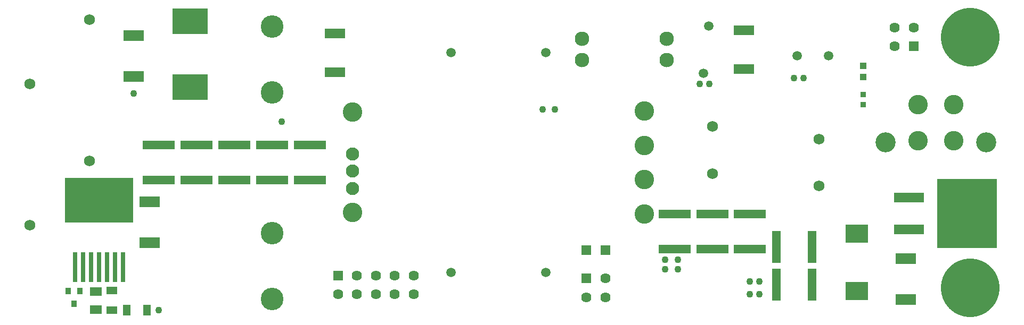
<source format=gts>
G04*
G04 #@! TF.GenerationSoftware,Altium Limited,Altium Designer,24.3.1 (35)*
G04*
G04 Layer_Color=8388736*
%FSLAX25Y25*%
%MOIN*%
G70*
G04*
G04 #@! TF.SameCoordinates,FD519535-7E5F-4FBF-A31B-089F6CA01B13*
G04*
G04*
G04 #@! TF.FilePolarity,Negative*
G04*
G01*
G75*
%ADD18R,0.20079X0.05709*%
%ADD19R,0.05709X0.20079*%
%ADD20R,0.12992X0.06378*%
%ADD21R,0.14173X0.11614*%
%ADD22R,0.12598X0.06693*%
%ADD23R,0.03937X0.04331*%
%ADD24R,0.03543X0.03543*%
%ADD25R,0.22047X0.16142*%
%ADD26R,0.07480X0.05512*%
%ADD27R,0.07087X0.04921*%
%ADD28R,0.03543X0.04331*%
%ADD29R,0.04921X0.07087*%
%ADD30R,0.03150X0.18504*%
%ADD31R,0.42520X0.27953*%
%ADD32R,0.18898X0.06102*%
%ADD33R,0.37795X0.43307*%
%ADD34R,0.06299X0.06299*%
%ADD35C,0.12205*%
%ADD36C,0.12598*%
%ADD37C,0.05906*%
%ADD38C,0.06890*%
%ADD39C,0.08268*%
%ADD40C,0.14173*%
%ADD41C,0.00394*%
%ADD42C,0.06394*%
%ADD43R,0.06394X0.06394*%
%ADD44C,0.09055*%
%ADD45C,0.36811*%
%ADD46C,0.04331*%
D18*
X543307Y162106D02*
D03*
Y184350D02*
D03*
X566929Y184350D02*
D03*
Y162106D02*
D03*
X590551Y184350D02*
D03*
Y162106D02*
D03*
X314961Y205413D02*
D03*
Y227658D02*
D03*
X291339Y205413D02*
D03*
Y227658D02*
D03*
X267717Y205413D02*
D03*
Y227658D02*
D03*
X244094Y205413D02*
D03*
Y227658D02*
D03*
X220472Y205413D02*
D03*
Y227658D02*
D03*
D19*
X629232Y163386D02*
D03*
X606988D02*
D03*
X629232Y139764D02*
D03*
X606988D02*
D03*
D20*
X586614Y299626D02*
D03*
Y275177D02*
D03*
X330709Y297657D02*
D03*
Y273209D02*
D03*
D21*
X657480Y136024D02*
D03*
Y171850D02*
D03*
D22*
X688189Y130512D02*
D03*
Y156102D02*
D03*
X204724Y270669D02*
D03*
Y296260D02*
D03*
X214567Y191929D02*
D03*
Y166339D02*
D03*
D23*
X661417Y277165D02*
D03*
Y270079D02*
D03*
D24*
Y252756D02*
D03*
Y259055D02*
D03*
D25*
X240158Y305118D02*
D03*
Y263779D02*
D03*
D26*
X181102Y135630D02*
D03*
Y124213D02*
D03*
D27*
X190945Y136122D02*
D03*
Y123721D02*
D03*
D28*
X171063Y136024D02*
D03*
X163583D02*
D03*
X167323Y127756D02*
D03*
D29*
X200492Y124016D02*
D03*
X212894D02*
D03*
D30*
X168071Y150787D02*
D03*
X173071D02*
D03*
X178071D02*
D03*
X183071D02*
D03*
X188071D02*
D03*
X193071D02*
D03*
X198071D02*
D03*
D31*
X183071Y192913D02*
D03*
D32*
X689961Y194646D02*
D03*
Y174646D02*
D03*
D33*
X726378Y184646D02*
D03*
D34*
X488189Y161417D02*
D03*
X500000D02*
D03*
D35*
X695669Y252756D02*
D03*
X718110D02*
D03*
X695669Y230315D02*
D03*
X718110D02*
D03*
X341772Y248031D02*
D03*
Y185039D02*
D03*
X524370Y249016D02*
D03*
Y227362D02*
D03*
Y205709D02*
D03*
Y184055D02*
D03*
D36*
X738465Y229035D02*
D03*
X675315D02*
D03*
D37*
X639764Y283465D02*
D03*
X620079D02*
D03*
X564567Y302165D02*
D03*
X561417Y272638D02*
D03*
X403543Y285433D02*
D03*
X462598D02*
D03*
X403543Y147638D02*
D03*
X462598D02*
D03*
D38*
X633858Y201772D02*
D03*
Y231299D02*
D03*
X566929Y209646D02*
D03*
Y239173D02*
D03*
X139764Y177165D02*
D03*
Y265748D02*
D03*
X177165Y217520D02*
D03*
Y306102D02*
D03*
D39*
X341772Y221969D02*
D03*
Y211102D02*
D03*
Y200276D02*
D03*
D40*
X291339Y172047D02*
D03*
Y301969D02*
D03*
Y260669D02*
D03*
Y130748D02*
D03*
D41*
X562992Y137795D02*
D03*
X366142Y295276D02*
D03*
X391732Y130157D02*
D03*
X320866D02*
D03*
X704724Y304882D02*
D03*
X669291D02*
D03*
X476378Y128189D02*
D03*
X511811D02*
D03*
X137795Y137795D02*
D03*
Y295276D02*
D03*
D42*
X344488Y133858D02*
D03*
X356299D02*
D03*
X368110D02*
D03*
X332677D02*
D03*
X368110Y145669D02*
D03*
X356299D02*
D03*
X344488D02*
D03*
X379921D02*
D03*
Y133858D02*
D03*
X681102Y289370D02*
D03*
X692913Y301181D02*
D03*
X681102D02*
D03*
X500000Y143701D02*
D03*
X488189Y131890D02*
D03*
X500000D02*
D03*
D43*
X332677Y145669D02*
D03*
X692913Y289370D02*
D03*
X488189Y143701D02*
D03*
D44*
X538327Y280709D02*
D03*
Y294094D02*
D03*
X485295Y280709D02*
D03*
Y294094D02*
D03*
D45*
X728346Y295276D02*
D03*
Y137795D02*
D03*
D46*
X559055Y265748D02*
D03*
X564961D02*
D03*
X618110Y269685D02*
D03*
X624016D02*
D03*
X590551Y133858D02*
D03*
Y141732D02*
D03*
X545276Y149606D02*
D03*
X537402D02*
D03*
X596457Y133858D02*
D03*
Y141732D02*
D03*
X537402Y155512D02*
D03*
X545276D02*
D03*
X204724Y259842D02*
D03*
X220472Y124016D02*
D03*
X297244Y242126D02*
D03*
X468504Y250000D02*
D03*
X460630D02*
D03*
M02*

</source>
